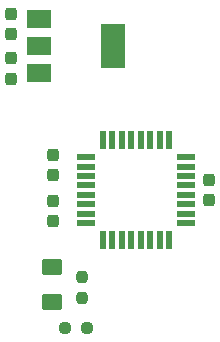
<source format=gbr>
%TF.GenerationSoftware,KiCad,Pcbnew,6.0.11+dfsg-1*%
%TF.CreationDate,2023-09-04T21:51:10-07:00*%
%TF.ProjectId,electrical_intro_project,656c6563-7472-4696-9361-6c5f696e7472,rev?*%
%TF.SameCoordinates,Original*%
%TF.FileFunction,Paste,Top*%
%TF.FilePolarity,Positive*%
%FSLAX46Y46*%
G04 Gerber Fmt 4.6, Leading zero omitted, Abs format (unit mm)*
G04 Created by KiCad (PCBNEW 6.0.11+dfsg-1) date 2023-09-04 21:51:10*
%MOMM*%
%LPD*%
G01*
G04 APERTURE LIST*
G04 Aperture macros list*
%AMRoundRect*
0 Rectangle with rounded corners*
0 $1 Rounding radius*
0 $2 $3 $4 $5 $6 $7 $8 $9 X,Y pos of 4 corners*
0 Add a 4 corners polygon primitive as box body*
4,1,4,$2,$3,$4,$5,$6,$7,$8,$9,$2,$3,0*
0 Add four circle primitives for the rounded corners*
1,1,$1+$1,$2,$3*
1,1,$1+$1,$4,$5*
1,1,$1+$1,$6,$7*
1,1,$1+$1,$8,$9*
0 Add four rect primitives between the rounded corners*
20,1,$1+$1,$2,$3,$4,$5,0*
20,1,$1+$1,$4,$5,$6,$7,0*
20,1,$1+$1,$6,$7,$8,$9,0*
20,1,$1+$1,$8,$9,$2,$3,0*%
G04 Aperture macros list end*
%ADD10RoundRect,0.237500X0.250000X0.237500X-0.250000X0.237500X-0.250000X-0.237500X0.250000X-0.237500X0*%
%ADD11RoundRect,0.250001X0.624999X-0.462499X0.624999X0.462499X-0.624999X0.462499X-0.624999X-0.462499X0*%
%ADD12RoundRect,0.237500X0.237500X-0.250000X0.237500X0.250000X-0.237500X0.250000X-0.237500X-0.250000X0*%
%ADD13RoundRect,0.237500X-0.237500X0.300000X-0.237500X-0.300000X0.237500X-0.300000X0.237500X0.300000X0*%
%ADD14R,2.000000X1.500000*%
%ADD15R,2.000000X3.800000*%
%ADD16RoundRect,0.237500X0.237500X-0.300000X0.237500X0.300000X-0.237500X0.300000X-0.237500X-0.300000X0*%
%ADD17R,1.600000X0.550000*%
%ADD18R,0.550000X1.600000*%
G04 APERTURE END LIST*
D10*
%TO.C,R1*%
X145805000Y-123190000D03*
X143980000Y-123190000D03*
%TD*%
D11*
%TO.C,D1*%
X142875000Y-120972500D03*
X142875000Y-117997500D03*
%TD*%
D12*
%TO.C,R3*%
X145415000Y-120650000D03*
X145415000Y-118825000D03*
%TD*%
D13*
%TO.C,C4*%
X139400000Y-96585000D03*
X139400000Y-98310000D03*
%TD*%
D14*
%TO.C,U2*%
X141750000Y-97010000D03*
X141750000Y-99310000D03*
X141750000Y-101610000D03*
D15*
X148050000Y-99310000D03*
%TD*%
D16*
%TO.C,C1*%
X156210000Y-112375000D03*
X156210000Y-110650000D03*
%TD*%
D17*
%TO.C,U1*%
X145750000Y-108700000D03*
X145750000Y-109500000D03*
X145750000Y-110300000D03*
X145750000Y-111100000D03*
X145750000Y-111900000D03*
X145750000Y-112700000D03*
X145750000Y-113500000D03*
X145750000Y-114300000D03*
D18*
X147200000Y-115750000D03*
X148000000Y-115750000D03*
X148800000Y-115750000D03*
X149600000Y-115750000D03*
X150400000Y-115750000D03*
X151200000Y-115750000D03*
X152000000Y-115750000D03*
X152800000Y-115750000D03*
D17*
X154250000Y-114300000D03*
X154250000Y-113500000D03*
X154250000Y-112700000D03*
X154250000Y-111900000D03*
X154250000Y-111100000D03*
X154250000Y-110300000D03*
X154250000Y-109500000D03*
X154250000Y-108700000D03*
D18*
X152800000Y-107250000D03*
X152000000Y-107250000D03*
X151200000Y-107250000D03*
X150400000Y-107250000D03*
X149600000Y-107250000D03*
X148800000Y-107250000D03*
X148000000Y-107250000D03*
X147200000Y-107250000D03*
%TD*%
D13*
%TO.C,C2*%
X143000000Y-108500000D03*
X143000000Y-110225000D03*
%TD*%
D16*
%TO.C,C5*%
X139400000Y-102060000D03*
X139400000Y-100335000D03*
%TD*%
%TO.C,C3*%
X143000000Y-114112500D03*
X143000000Y-112387500D03*
%TD*%
M02*

</source>
